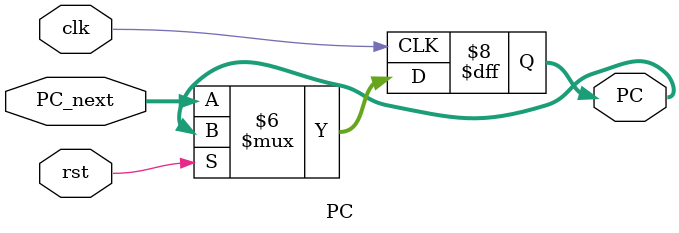
<source format=v>

module PC #(
) (
    input clk,
    input rst,
    input [31:0] PC_next,
    output [31:0] PC
);

reg [31:0] r_PC;

always @(posedge clk) begin
    if (rst) begin
        r_PC <= 0;
    end
    else begin
        PC <= PC_next;
    end
end

endmodule
</source>
